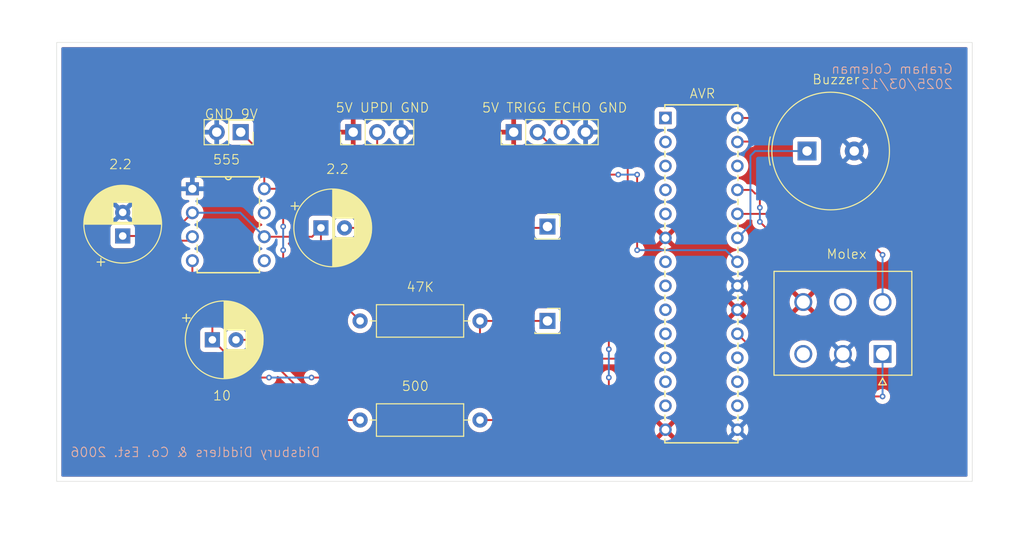
<source format=kicad_pcb>
(kicad_pcb (version 20240108) (generator "pcbnew") (generator_version "8.0")
  (layers (0 "F.Cu" signal) (31 "B.Cu" signal) (34 "B.Paste" user) (35 "F.Paste" user) (36 "B.SilkS" user "B.Silkscreen") (37 "F.SilkS" user "F.Silkscreen") (38 "B.Mask" user) (39 "F.Mask" user) (44 "Edge.Cuts" user))
  (net 0 "")
  (net 1 "9v")
  (net 2 "GND")
  (net 3 "5V")
  (net 4 "Net-(BZ1-+)")
  (net 5 "Net-(U1-THR)")
  (net 6 "Inductor")
  (net 7 "Net-(J9-Pin_2)")
  (net 10 "Net-(U2-PA6)")
  (net 13 "ECHO input")
  (net 18 "Net-(U2-PA2)")
  (net 22 "TRIGGER output")
  (net 24 "Net-(U2-PA3)")
  (net 25 "unconnected-(U2-PD1-Pad7)")
  (net 29 "Net-(C3-Pad2)")
  (net 30 "Inductor2")
  (footprint "555:P8" (layer "F.Cu") (at 72.5 42.12)
    (property "Reference" "U1" (hide yes))
    (property "Value" "NE555D")
    (pad "1" thru_hole rect (at -7.62 -7.62) (size 1.3716 1.3716) (drill 0.8636) (layers "*.Cu" "*.Mask") (net 2 "GND"))
    (pad "2" thru_hole circle (at -7.62 -5.08) (size 1.3716 1.3716) (drill 0.8636) (layers "*.Cu" "*.Mask") (net 5 "Net-(U1-THR)"))
    (pad "3" thru_hole circle (at -7.62 -2.54) (size 1.3716 1.3716) (drill 0.8636) (layers "*.Cu" "*.Mask") (net 6 "Inductor"))
    (pad "4" thru_hole circle (at -7.62 0) (size 1.3716 1.3716) (drill 0.8636) (layers "*.Cu" "*.Mask") (net 1 "9v"))
    (pad "5" thru_hole circle (at 0 0) (size 1.3716 1.3716) (drill 0.8636) (layers "*.Cu" "*.Mask"))
    (pad "6" thru_hole circle (at 0 -2.54) (size 1.3716 1.3716) (drill 0.8636) (layers "*.Cu" "*.Mask") (net 5 "Net-(U1-THR)"))
    (pad "7" thru_hole circle (at 0 -5.08) (size 1.3716 1.3716) (drill 0.8636) (layers "*.Cu" "*.Mask"))
    (pad "8" thru_hole circle (at 0 -7.62) (size 1.3716 1.3716) (drill 0.8636) (layers "*.Cu" "*.Mask") (net 1 "9v"))
  )
  (footprint "Connector_PinSocket_2.54mm:PinSocket_1x01_P2.54mm_Vertical" (layer "F.Cu") (at 102.5 48.5)
    (property "Reference" "J5" (hide yes))
    (property "Value" "Conn_01x01_Pin")
    (pad "1" thru_hole rect (at 0 0) (size 1.7 1.7) (drill 1) (layers "*.Cu" "*.Mask") (net 6 "Inductor"))
  )
  (footprint "Connector_PinHeader_2.54mm:PinHeader_1x04_P2.54mm_Vertical" (layer "F.Cu") (at 98.92 28.5 90)
    (property "Reference" "J4" (hide yes))
    (property "Value" "Conn_01x04_Pin")
    (pad "1" thru_hole rect (at 0 0 90) (size 1.7 1.7) (drill 1) (layers "*.Cu" "*.Mask") (net 3 "5V"))
    (pad "2" thru_hole oval (at 0 2.54 90) (size 1.7 1.7) (drill 1) (layers "*.Cu" "*.Mask") (net 22 "TRIGGER output"))
    (pad "3" thru_hole oval (at 0 5.08 90) (size 1.7 1.7) (drill 1) (layers "*.Cu" "*.Mask") (net 13 "ECHO input"))
    (pad "4" thru_hole oval (at 0 7.62 90) (size 1.7 1.7) (drill 1) (layers "*.Cu" "*.Mask") (net 2 "GND"))
  )
  (footprint "Resistor_THT:R_Axial_DIN0309_L9.0mm_D3.2mm_P12.70mm_Horizontal" (layer "F.Cu") (at 82.65 48.5)
    (property "Reference" "R1" (hide yes))
    (property "Value" "47K")
    (pad "1" thru_hole circle (at 0 0) (size 1.6 1.6) (drill 0.8) (layers "*.Cu" "*.Mask") (net 5 "Net-(U1-THR)"))
    (pad "2" thru_hole oval (at 12.7 0) (size 1.6 1.6) (drill 0.8) (layers "*.Cu" "*.Mask") (net 6 "Inductor"))
  )
  (footprint "Connector_PinHeader_2.54mm:PinHeader_2x01_P2.54mm_Vertical" (layer "F.Cu") (at 70 28.5 180)
    (property "Reference" "J1" (hide yes))
    (property "Value" "Conn_01x02_Pin" (hide yes))
    (pad "1" thru_hole rect (at 0 0 180) (size 1.7 1.7) (drill 1) (layers "*.Cu" "*.Mask") (net 1 "9v"))
    (pad "2" thru_hole oval (at 2.54 0 180) (size 1.7 1.7) (drill 1) (layers "*.Cu" "*.Mask") (net 2 "GND"))
  )
  (footprint "Connector_PinSocket_2.54mm:PinSocket_1x01_P2.54mm_Vertical" (layer "F.Cu") (at 102.5 38.5)
    (property "Reference" "J3" (hide yes))
    (property "Value" "Conn_01x01_Pin")
    (pad "1" thru_hole rect (at 0 0) (size 1.7 1.7) (drill 1) (layers "*.Cu" "*.Mask") (net 30 "Inductor2"))
  )
  (footprint "Buzzer_Beeper:Buzzer_TDK_PS1240P02BT_D12.2mm_H6.5mm" (layer "F.Cu") (at 130 30.5)
    (property "Reference" "BZ1" (hide yes))
    (property "Value" "Buzzer")
    (pad "1" thru_hole rect (at 0 0) (size 2 2) (drill 1) (layers "*.Cu" "*.Mask") (net 4 "Net-(BZ1-+)"))
    (pad "2" thru_hole circle (at 5 0) (size 2 2) (drill 1) (layers "*.Cu" "*.Mask") (net 2 "GND"))
  )
  (footprint "Capacitor_THT:CP_Radial_D8.0mm_P2.50mm" (layer "F.Cu") (at 57.5 39.5 90)
    (property "Reference" "C1" (hide yes))
    (property "Value" "2.2uF")
    (pad "1" thru_hole rect (at 0 0 90) (size 1.6 1.6) (drill 0.8) (layers "*.Cu" "*.Mask") (net 5 "Net-(U1-THR)"))
    (pad "2" thru_hole circle (at 2.5 0 90) (size 1.6 1.6) (drill 0.8) (layers "*.Cu" "*.Mask") (net 2 "GND"))
  )
  (footprint "Connector_PinHeader_2.54mm:PinHeader_1x03_P2.54mm_Vertical" (layer "F.Cu") (at 81.92 28.5 90)
    (property "Reference" "J9" (hide yes))
    (property "Value" "Conn_01x03_Pin")
    (pad "1" thru_hole rect (at 0 0 90) (size 1.7 1.7) (drill 1) (layers "*.Cu" "*.Mask") (net 3 "5V"))
    (pad "2" thru_hole oval (at 0 2.54 90) (size 1.7 1.7) (drill 1) (layers "*.Cu" "*.Mask") (net 7 "Net-(J9-Pin_2)"))
    (pad "3" thru_hole oval (at 0 5.08 90) (size 1.7 1.7) (drill 1) (layers "*.Cu" "*.Mask") (net 2 "GND"))
  )
  (footprint "Molex:MOLEX_1724470206" (layer "F.Cu") (at 138 52)
    (property "Reference" "J2" (hide yes))
    (property "Value" "1724470206")
    (pad "1" thru_hole rect (at 0 0) (size 1.9 1.9) (drill 1.4) (layers "*.Cu") (net 24 "Net-(U2-PA3)"))
    (pad "2" thru_hole circle (at -4.2 0) (size 1.9 1.9) (drill 1.4) (layers "*.Cu") (net 2 "GND"))
    (pad "3" thru_hole circle (at -8.4 0) (size 1.9 1.9) (drill 1.4) (layers "*.Cu"))
    (pad "4" thru_hole circle (at 0 -5.5) (size 1.9 1.9) (drill 1.4) (layers "*.Cu") (net 18 "Net-(U2-PA2)"))
    (pad "5" thru_hole circle (at -4.2 -5.5) (size 1.9 1.9) (drill 1.4) (layers "*.Cu"))
    (pad "6" thru_hole circle (at -8.4 -5.5) (size 1.9 1.9) (drill 1.4) (layers "*.Cu") (net 3 "5V"))
  )
  (footprint "Resistor_THT:R_Axial_DIN0309_L9.0mm_D3.2mm_P12.70mm_Horizontal" (layer "F.Cu") (at 82.65 59)
    (property "Reference" "R2" (hide yes))
    (property "Value" "500")
    (pad "1" thru_hole circle (at 0 0) (size 1.6 1.6) (drill 0.8) (layers "*.Cu" "*.Mask") (net 29 "Net-(C3-Pad2)"))
    (pad "2" thru_hole oval (at 12.7 0) (size 1.6 1.6) (drill 0.8) (layers "*.Cu" "*.Mask") (net 10 "Net-(U2-PA6)"))
  )
  (footprint "Capacitor_THT:CP_Radial_D8.0mm_P2.50mm" (layer "F.Cu") (at 78.5 38.6425)
    (property "Reference" "C2" (hide yes))
    (property "Value" "2.2uF")
    (pad "1" thru_hole rect (at 0 0) (size 1.6 1.6) (drill 0.8) (layers "*.Cu" "*.Mask") (net 5 "Net-(U1-THR)"))
    (pad "2" thru_hole circle (at 2.5 0) (size 1.6 1.6) (drill 0.8) (layers "*.Cu" "*.Mask") (net 30 "Inductor2"))
  )
  (footprint "AVR28DB28-I/SP:SPDIP28_SP_MCH" (layer "F.Cu") (at 115 27)
    (property "Reference" "U2" (hide yes))
    (property "Value" "AVR128DB28x-xSP")
    (pad "1" thru_hole rect (at 0 0) (size 1.3208 1.3208) (drill 0.8128) (layers "*.Cu" "*.Mask"))
    (pad "2" thru_hole circle (at 0 2.54) (size 1.3208 1.3208) (drill 0.8128) (layers "*.Cu" "*.Mask"))
    (pad "3" thru_hole circle (at 0 5.08) (size 1.3208 1.3208) (drill 0.8128) (layers "*.Cu" "*.Mask"))
    (pad "4" thru_hole circle (at 0 7.62) (size 1.3208 1.3208) (drill 0.8128) (layers "*.Cu" "*.Mask"))
    (pad "5" thru_hole circle (at 0 10.16) (size 1.3208 1.3208) (drill 0.8128) (layers "*.Cu" "*.Mask"))
    (pad "6" thru_hole circle (at 0 12.7) (size 1.3208 1.3208) (drill 0.8128) (layers "*.Cu" "*.Mask") (net 3 "5V"))
    (pad "7" thru_hole circle (at 0 15.24) (size 1.3208 1.3208) (drill 0.8128) (layers "*.Cu" "*.Mask") (net 25 "unconnected-(U2-PD1-Pad7)"))
    (pad "8" thru_hole circle (at 0 17.78) (size 1.3208 1.3208) (drill 0.8128) (layers "*.Cu" "*.Mask"))
    (pad "9" thru_hole circle (at 0 20.32) (size 1.3208 1.3208) (drill 0.8128) (layers "*.Cu" "*.Mask"))
    (pad "10" thru_hole circle (at 0 22.86) (size 1.3208 1.3208) (drill 0.8128) (layers "*.Cu" "*.Mask"))
    (pad "11" thru_hole circle (at 0 25.4) (size 1.3208 1.3208) (drill 0.8128) (layers "*.Cu" "*.Mask"))
    (pad "12" thru_hole circle (at 0 27.94) (size 1.3208 1.3208) (drill 0.8128) (layers "*.Cu" "*.Mask"))
    (pad "13" thru_hole circle (at 0 30.48) (size 1.3208 1.3208) (drill 0.8128) (layers "*.Cu" "*.Mask"))
    (pad "14" thru_hole circle (at 0 33.02) (size 1.3208 1.3208) (drill 0.8128) (layers "*.Cu" "*.Mask") (net 3 "5V"))
    (pad "15" thru_hole circle (at 7.62 33.02) (size 1.3208 1.3208) (drill 0.8128) (layers "*.Cu" "*.Mask") (net 2 "GND"))
    (pad "16" thru_hole circle (at 7.62 30.48) (size 1.3208 1.3208) (drill 0.8128) (layers "*.Cu" "*.Mask"))
    (pad "17" thru_hole circle (at 7.62 27.94) (size 1.3208 1.3208) (drill 0.8128) (layers "*.Cu" "*.Mask"))
    (pad "18" thru_hole circle (at 7.62 25.4) (size 1.3208 1.3208) (drill 0.8128) (layers "*.Cu" "*.Mask"))
    (pad "19" thru_hole circle (at 7.62 22.86) (size 1.3208 1.3208) (drill 0.8128) (layers "*.Cu" "*.Mask") (net 7 "Net-(J9-Pin_2)"))
    (pad "20" thru_hole circle (at 7.62 20.32) (size 1.3208 1.3208) (drill 0.8128) (layers "*.Cu" "*.Mask") (net 3 "5V"))
    (pad "21" thru_hole circle (at 7.62 17.78) (size 1.3208 1.3208) (drill 0.8128) (layers "*.Cu" "*.Mask") (net 2 "GND"))
    (pad "22" thru_hole circle (at 7.62 15.24) (size 1.3208 1.3208) (drill 0.8128) (layers "*.Cu" "*.Mask") (net 22 "TRIGGER output"))
    (pad "23" thru_hole circle (at 7.62 12.7) (size 1.3208 1.3208) (drill 0.8128) (layers "*.Cu" "*.Mask") (net 4 "Net-(BZ1-+)"))
    (pad "24" thru_hole circle (at 7.62 10.16) (size 1.3208 1.3208) (drill 0.8128) (layers "*.Cu" "*.Mask") (net 18 "Net-(U2-PA2)"))
    (pad "25" thru_hole circle (at 7.62 7.62) (size 1.3208 1.3208) (drill 0.8128) (layers "*.Cu" "*.Mask") (net 24 "Net-(U2-PA3)"))
    (pad "26" thru_hole circle (at 7.62 5.08) (size 1.3208 1.3208) (drill 0.8128) (layers "*.Cu" "*.Mask"))
    (pad "27" thru_hole circle (at 7.62 2.54) (size 1.3208 1.3208) (drill 0.8128) (layers "*.Cu" "*.Mask") (net 13 "ECHO input"))
    (pad "28" thru_hole circle (at 7.62 0) (size 1.3208 1.3208) (drill 0.8128) (layers "*.Cu" "*.Mask") (net 10 "Net-(U2-PA6)"))
  )
  (footprint "Capacitor_THT:CP_Radial_D8.0mm_P2.50mm" (layer "F.Cu") (at 67 50.5)
    (property "Reference" "C3" (hide yes))
    (property "Value" "10uF")
    (pad "1" thru_hole rect (at 0 0) (size 1.6 1.6) (drill 0.8) (layers "*.Cu" "*.Mask") (net 6 "Inductor"))
    (pad "2" thru_hole circle (at 2.5 0) (size 1.6 1.6) (drill 0.8) (layers "*.Cu" "*.Mask") (net 29 "Net-(C3-Pad2)"))
  )
  (gr_rect (start 50.5 19) (end 147.5 65.5) (stroke (width 0.05)) (fill none) (layer "Edge.Cuts"))
  (gr_text "Graham Coleman\n2025/03/12" (at 145.5 24 0) (layer "B.SilkS") (effects (font (size 1 1) (thickness 0.1)) (justify left bottom mirror)))
  (gr_text "Didsbury Diddlers & Co. Est. 2006" (at 78.5 63 0) (layer "B.SilkS") (effects (font (size 1 1) (thickness 0.1)) (justify left bottom mirror)))
  (gr_text "2.2" (at 79 33 0) (layer "F.SilkS") (effects (font (size 1 1) (thickness 0.1)) (justify left bottom)))
  (gr_text "Buzzer" (at 130.5 23.5 0) (layer "F.SilkS") (effects (font (size 1 1) (thickness 0.1)) (justify left bottom)))
  (gr_text "5V TRIGG ECHO GND" (at 95.5 26.5 0) (layer "F.SilkS") (effects (font (size 1 1) (thickness 0.1)) (justify left bottom)))
  (gr_text "555" (at 67 32 0) (layer "F.SilkS") (effects (font (size 1 1) (thickness 0.1)) (justify left bottom)))
  (gr_text "47K" (at 87.5 45.5 0) (layer "F.SilkS") (effects (font (size 1 1) (thickness 0.1)) (justify left bottom)))
  (gr_text "10" (at 67 57 0) (layer "F.SilkS") (effects (font (size 1 1) (thickness 0.1)) (justify left bottom)))
  (gr_text "AVR" (at 117.5 25 0) (layer "F.SilkS") (effects (font (size 1 1) (thickness 0.1)) (justify left bottom)))
  (gr_text "Molex" (at 132 42 0) (layer "F.SilkS") (effects (font (size 1 1) (thickness 0.1)) (justify left bottom)))
  (gr_text "GND 9V" (at 66.13 27.17 0) (layer "F.SilkS") (effects (font (size 1 1) (thickness 0.1)) (justify left bottom)))
  (gr_text "5V UPDI GND" (at 80 26.5 0) (layer "F.SilkS") (effects (font (size 1 1) (thickness 0.1)) (justify left bottom)))
  (gr_text "500" (at 87 56 0) (layer "F.SilkS") (effects (font (size 1 1) (thickness 0.1)) (justify left bottom)))
  (gr_text "2.2" (at 56 32.5 0) (layer "F.SilkS") (effects (font (size 1 1) (thickness 0.1)) (justify left bottom)))
  (segment (start 64.88 42.12) (end 64.88 44.88) (width 0.2) (layer "F.Cu") (net 1))
  (segment (start 72.5 31) (end 72.5 34.5) (width 0.2) (layer "F.Cu") (net 1))
  (segment (start 74.5 38.5) (end 74.5 34.5) (width 0.2) (layer "F.Cu") (net 1))
  (segment (start 64.88 44.88) (end 65 45) (width 0.2) (layer "F.Cu") (net 1))
  (segment (start 70 28.5) (end 72.5 31) (width 0.2) (layer "F.Cu") (net 1))
  (segment (start 74.5 45) (end 74.5 41) (width 0.2) (layer "F.Cu") (net 1))
  (segment (start 74.5 34.5) (end 72.5 34.5) (width 0.2) (layer "F.Cu") (net 1))
  (segment (start 65 45) (end 74.5 45) (width 0.2) (layer "F.Cu") (net 1))
  (via (at 74.5 38.5) (size 0.6) (drill 0.3) (layers "F.Cu" "B.Cu") (net 1))
  (via (at 74.5 41) (size 0.6) (drill 0.3) (layers "F.Cu" "B.Cu") (net 1))
  (segment (start 74.5 41) (end 74.5 38.5) (width 0.2) (layer "B.Cu") (net 1))
  (segment (start 124 38.32) (end 122.62 39.7) (width 0.2) (layer "B.Cu") (net 4))
  (segment (start 130 30.5) (end 124.5 30.5) (width 0.2) (layer "B.Cu") (net 4))
  (segment (start 124 31) (end 124 38.32) (width 0.2) (layer "B.Cu") (net 4))
  (segment (start 124.5 30.5) (end 124 31) (width 0.2) (layer "B.Cu") (net 4))
  (segment (start 77.5625 39.58) (end 78.5 38.6425) (width 0.2) (layer "F.Cu") (net 5))
  (segment (start 78.5 38.6425) (end 78.5 44.35) (width 0.2) (layer "F.Cu") (net 5))
  (segment (start 72.5 39.58) (end 77.5625 39.58) (width 0.2) (layer "F.Cu") (net 5))
  (segment (start 62.42 39.5) (end 64.88 37.04) (width 0.2) (layer "F.Cu") (net 5))
  (segment (start 78.5 44.35) (end 82.65 48.5) (width 0.2) (layer "F.Cu") (net 5))
  (segment (start 57.5 39.5) (end 62.42 39.5) (width 0.2) (layer "F.Cu") (net 5))
  (segment (start 64.88 37.04) (end 69.96 37.04) (width 0.2) (layer "B.Cu") (net 5))
  (segment (start 69.96 37.04) (end 72.5 39.58) (width 0.2) (layer "B.Cu") (net 5))
  (segment (start 95.35 48.5) (end 102.5 48.5) (width 0.2) (layer "F.Cu") (net 6))
  (segment (start 63.5 40.5) (end 63.5 40) (width 0.2) (layer "F.Cu") (net 6))
  (segment (start 63.5 40) (end 64.46 40) (width 0.2) (layer "F.Cu") (net 6))
  (segment (start 95.35 53.65) (end 94.5 54.5) (width 0.2) (layer "F.Cu") (net 6))
  (segment (start 61 43) (end 63.5 40.5) (width 0.2) (layer "F.Cu") (net 6))
  (segment (start 67 50.5) (end 67 49) (width 0.2) (layer "F.Cu") (net 6))
  (segment (start 71 54.5) (end 73 54.5) (width 0.2) (layer "F.Cu") (net 6))
  (segment (start 67 49) (end 61 43) (width 0.2) (layer "F.Cu") (net 6))
  (segment (start 64.46 40) (end 64.88 39.58) (width 0.2) (layer "F.Cu") (net 6))
  (segment (start 67 50.5) (end 71 54.5) (width 0.2) (layer "F.Cu") (net 6))
  (segment (start 94.5 54.5) (end 77.5 54.5) (width 0.2) (layer "F.Cu") (net 6))
  (segment (start 95.35 48.5) (end 95.35 53.65) (width 0.2) (layer "F.Cu") (net 6))
  (via (at 73 54.5) (size 0.6) (drill 0.3) (layers "F.Cu" "B.Cu") (net 6))
  (via (at 77.5 54.5) (size 0.6) (drill 0.3) (layers "F.Cu" "B.Cu") (net 6))
  (segment (start 77.5 54.5) (end 73 54.5) (width 0.2) (layer "B.Cu") (net 6))
  (segment (start 84.46 28.5) (end 84.46 33.96) (width 0.2) (layer "F.Cu") (net 7))
  (segment (start 124.5 62.5) (end 124.5 51.74) (width 0.2) (layer "F.Cu") (net 7))
  (segment (start 109 34) (end 109 51.5) (width 0.2) (layer "F.Cu") (net 7))
  (segment (start 84.46 33.96) (end 84.5 34) (width 0.2) (layer "F.Cu") (net 7))
  (segment (start 84.5 34) (end 109 34) (width 0.2) (layer "F.Cu") (net 7))
  (segment (start 109 54.5) (end 109 62.5) (width 0.2) (layer "F.Cu") (net 7))
  (segment (start 109 62.5) (end 124.5 62.5) (width 0.2) (layer "F.Cu") (net 7))
  (segment (start 124.5 51.74) (end 122.62 49.86) (width 0.2) (layer "F.Cu") (net 7))
  (via (at 109 51.5) (size 0.6) (drill 0.3) (layers "F.Cu" "B.Cu") (net 7))
  (via (at 109 54.5) (size 0.6) (drill 0.3) (layers "F.Cu" "B.Cu") (net 7))
  (segment (start 109 51.5) (end 109 54.5) (width 0.2) (layer "B.Cu") (net 7))
  (segment (start 84.46 28.5) (end 84.661789 28.5) (width 0.2) (layer "B.Cu") (net 7))
  (segment (start 103 59) (end 105 57) (width 0.2) (layer "F.Cu") (net 10))
  (segment (start 105 53.5) (end 106 52.5) (width 0.2) (layer "F.Cu") (net 10))
  (segment (start 111 52.5) (end 111 24) (width 0.2) (layer "F.Cu") (net 10))
  (segment (start 125.5 27) (end 122.62 27) (width 0.2) (layer "F.Cu") (net 10))
  (segment (start 106 52.5) (end 111 52.5) (width 0.2) (layer "F.Cu") (net 10))
  (segment (start 111 24) (end 125.5 24) (width 0.2) (layer "F.Cu") (net 10))
  (segment (start 125.5 24) (end 125.5 27) (width 0.2) (layer "F.Cu") (net 10))
  (segment (start 95.35 59) (end 103 59) (width 0.2) (layer "F.Cu") (net 10))
  (segment (start 105 57) (end 105 53.5) (width 0.2) (layer "F.Cu") (net 10))
  (segment (start 126.5 22.5) (end 126.5 27.5) (width 0.2) (layer "F.Cu") (net 13))
  (segment (start 124 29.5) (end 122.66 29.5) (width 0.2) (layer "F.Cu") (net 13))
  (segment (start 124 28) (end 124 29.5) (width 0.2) (layer "F.Cu") (net 13))
  (segment (start 104 22.5) (end 126.5 22.5) (width 0.2) (layer "F.Cu") (net 13))
  (segment (start 124.5 27.5) (end 124 28) (width 0.2) (layer "F.Cu") (net 13))
  (segment (start 122.66 29.5) (end 122.62 29.54) (width 0.2) (layer "F.Cu") (net 13))
  (segment (start 104 28.5) (end 104 22.5) (width 0.2) (layer "F.Cu") (net 13))
  (segment (start 126.5 27.5) (end 124.5 27.5) (width 0.2) (layer "F.Cu") (net 13))
  (segment (start 138 41.5) (end 133.66 37.16) (width 0.2) (layer "F.Cu") (net 18))
  (segment (start 133.66 37.16) (end 122.62 37.16) (width 0.2) (layer "F.Cu") (net 18))
  (via (at 138 41.5) (size 0.6) (drill 0.3) (layers "F.Cu" "B.Cu") (net 18))
  (segment (start 138 46.5) (end 138 41.5) (width 0.2) (layer "B.Cu") (net 18))
  (segment (start 112 33) (end 112 41) (width 0.2) (layer "F.Cu") (net 22))
  (segment (start 105.96 33) (end 110 33) (width 0.2) (layer "F.Cu") (net 22))
  (segment (start 101.46 28.5) (end 105.96 33) (width 0.2) (layer "F.Cu") (net 22))
  (via (at 110 33) (size 0.6) (drill 0.3) (layers "F.Cu" "B.Cu") (net 22))
  (via (at 112 41) (size 0.6) (drill 0.3) (layers "F.Cu" "B.Cu") (net 22))
  (via (at 112 33) (size 0.6) (drill 0.3) (layers "F.Cu" "B.Cu") (net 22))
  (segment (start 112 41) (end 121.38 41) (width 0.2) (layer "B.Cu") (net 22))
  (segment (start 121.38 41) (end 122.62 42.24) (width 0.2) (layer "B.Cu") (net 22))
  (segment (start 110 33) (end 112 33) (width 0.2) (layer "B.Cu") (net 22))
  (segment (start 126.5 56.5) (end 126 56) (width 0.2) (layer "F.Cu") (net 24))
  (segment (start 124.12 34.62) (end 122.62 34.62) (width 0.2) (layer "F.Cu") (net 24))
  (segment (start 126 39) (end 125 38) (width 0.2) (layer "F.Cu") (net 24))
  (segment (start 126 56) (end 126 39) (width 0.2) (layer "F.Cu") (net 24))
  (segment (start 125 36.5) (end 125 35) (width 0.2) (layer "F.Cu") (net 24))
  (segment (start 138 56.5) (end 126.5 56.5) (width 0.2) (layer "F.Cu") (net 24))
  (segment (start 125 35) (end 124.5 35) (width 0.2) (layer "F.Cu") (net 24))
  (segment (start 124.5 35) (end 124.12 34.62) (width 0.2) (layer "F.Cu") (net 24))
  (segment (start 138 52) (end 137.532233 52) (width 0.2) (layer "F.Cu") (net 24))
  (via (at 125 38) (size 0.6) (drill 0.3) (layers "F.Cu" "B.Cu") (net 24))
  (via (at 138 56.5) (size 0.6) (drill 0.3) (layers "F.Cu" "B.Cu") (net 24))
  (via (at 125 36.5) (size 0.6) (drill 0.3) (layers "F.Cu" "B.Cu") (net 24))
  (segment (start 138 52) (end 138 56.5) (width 0.2) (layer "B.Cu") (net 24))
  (segment (start 125 38) (end 125 36.5) (width 0.2) (layer "B.Cu") (net 24))
  (segment (start 114.74 42.5) (end 115 42.24) (width 0.2) (layer "B.Cu") (net 25))
  (segment (start 79.5 59) (end 82.65 59) (width 0.2) (layer "F.Cu") (net 29))
  (segment (start 69.5 50.5) (end 71 50.5) (width 0.2) (layer "F.Cu") (net 29))
  (segment (start 71 50.5) (end 79.5 59) (width 0.2) (layer "F.Cu") (net 29))
  (segment (start 102.5 38.5) (end 102.3575 38.6425) (width 0.2) (layer "F.Cu") (net 30))
  (segment (start 102.3575 38.6425) (end 81 38.6425) (width 0.2) (layer "F.Cu") (net 30))
  (zone (net 3) (net_name "5V") (layer "F.Cu") (connect_pads (clearance 0.5)) (min_thickness 0.25) (fill yes (thermal_gap 0.5) (thermal_bridge_width 0.5))
    (polygon (pts (xy 49.5 16) (xy 150.5 16.5) (xy 149.5 69.5) (xy 47.5 69) (xy 49.5 16.5) (xy 49 15.5)))
  )
  (zone (net 2) (net_name "GND") (layer "B.Cu") (priority 1) (connect_pads (clearance 0.5)) (min_thickness 0.25) (fill yes (thermal_gap 0.5) (thermal_bridge_width 0.5))
    (polygon (pts (xy 48 14.5) (xy 153 15.5) (xy 152 73) (xy 44.5 70.5)))
  )
)
</source>
